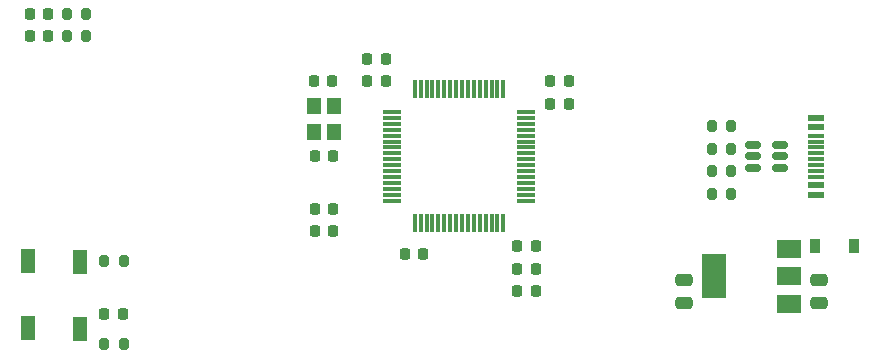
<source format=gbr>
%TF.GenerationSoftware,KiCad,Pcbnew,6.0.7+dfsg-1+b1*%
%TF.CreationDate,2022-09-14T16:01:15+08:00*%
%TF.ProjectId,mcustm32f405,6d637573-746d-4333-9266-3430352e6b69,a*%
%TF.SameCoordinates,PX5ddd8a8PY82334c8*%
%TF.FileFunction,Paste,Top*%
%TF.FilePolarity,Positive*%
%FSLAX46Y46*%
G04 Gerber Fmt 4.6, Leading zero omitted, Abs format (unit mm)*
G04 Created by KiCad (PCBNEW 6.0.7+dfsg-1+b1) date 2022-09-14 16:01:15*
%MOMM*%
%LPD*%
G01*
G04 APERTURE LIST*
G04 Aperture macros list*
%AMRoundRect*
0 Rectangle with rounded corners*
0 $1 Rounding radius*
0 $2 $3 $4 $5 $6 $7 $8 $9 X,Y pos of 4 corners*
0 Add a 4 corners polygon primitive as box body*
4,1,4,$2,$3,$4,$5,$6,$7,$8,$9,$2,$3,0*
0 Add four circle primitives for the rounded corners*
1,1,$1+$1,$2,$3*
1,1,$1+$1,$4,$5*
1,1,$1+$1,$6,$7*
1,1,$1+$1,$8,$9*
0 Add four rect primitives between the rounded corners*
20,1,$1+$1,$2,$3,$4,$5,0*
20,1,$1+$1,$4,$5,$6,$7,0*
20,1,$1+$1,$6,$7,$8,$9,0*
20,1,$1+$1,$8,$9,$2,$3,0*%
G04 Aperture macros list end*
%ADD10RoundRect,0.075000X-0.700000X-0.075000X0.700000X-0.075000X0.700000X0.075000X-0.700000X0.075000X0*%
%ADD11RoundRect,0.075000X-0.075000X-0.700000X0.075000X-0.700000X0.075000X0.700000X-0.075000X0.700000X0*%
%ADD12R,0.900000X1.200000*%
%ADD13R,1.450000X0.600000*%
%ADD14R,1.450000X0.300000*%
%ADD15RoundRect,0.225000X0.225000X0.250000X-0.225000X0.250000X-0.225000X-0.250000X0.225000X-0.250000X0*%
%ADD16RoundRect,0.225000X-0.225000X-0.250000X0.225000X-0.250000X0.225000X0.250000X-0.225000X0.250000X0*%
%ADD17R,2.000000X1.500000*%
%ADD18R,2.000000X3.800000*%
%ADD19RoundRect,0.250000X-0.475000X0.250000X-0.475000X-0.250000X0.475000X-0.250000X0.475000X0.250000X0*%
%ADD20RoundRect,0.200000X-0.200000X-0.275000X0.200000X-0.275000X0.200000X0.275000X-0.200000X0.275000X0*%
%ADD21RoundRect,0.218750X0.218750X0.256250X-0.218750X0.256250X-0.218750X-0.256250X0.218750X-0.256250X0*%
%ADD22RoundRect,0.150000X-0.512500X-0.150000X0.512500X-0.150000X0.512500X0.150000X-0.512500X0.150000X0*%
%ADD23RoundRect,0.200000X0.200000X0.275000X-0.200000X0.275000X-0.200000X-0.275000X0.200000X-0.275000X0*%
%ADD24R,1.200000X1.400000*%
%ADD25RoundRect,0.218750X-0.218750X-0.256250X0.218750X-0.256250X0.218750X0.256250X-0.218750X0.256250X0*%
%ADD26R,1.200000X2.000000*%
G04 APERTURE END LIST*
D10*
%TO.C,U3*%
X48300000Y38675000D03*
X48300000Y38175000D03*
X48300000Y37675000D03*
X48300000Y37175000D03*
X48300000Y36675000D03*
X48300000Y36175000D03*
X48300000Y35675000D03*
X48300000Y35175000D03*
X48300000Y34675000D03*
X48300000Y34175000D03*
X48300000Y33675000D03*
X48300000Y33175000D03*
X48300000Y32675000D03*
X48300000Y32175000D03*
X48300000Y31675000D03*
X48300000Y31175000D03*
D11*
X50225000Y29250000D03*
X50725000Y29250000D03*
X51225000Y29250000D03*
X51725000Y29250000D03*
X52225000Y29250000D03*
X52725000Y29250000D03*
X53225000Y29250000D03*
X53725000Y29250000D03*
X54225000Y29250000D03*
X54725000Y29250000D03*
X55225000Y29250000D03*
X55725000Y29250000D03*
X56225000Y29250000D03*
X56725000Y29250000D03*
X57225000Y29250000D03*
X57725000Y29250000D03*
D10*
X59650000Y31175000D03*
X59650000Y31675000D03*
X59650000Y32175000D03*
X59650000Y32675000D03*
X59650000Y33175000D03*
X59650000Y33675000D03*
X59650000Y34175000D03*
X59650000Y34675000D03*
X59650000Y35175000D03*
X59650000Y35675000D03*
X59650000Y36175000D03*
X59650000Y36675000D03*
X59650000Y37175000D03*
X59650000Y37675000D03*
X59650000Y38175000D03*
X59650000Y38675000D03*
D11*
X57725000Y40600000D03*
X57225000Y40600000D03*
X56725000Y40600000D03*
X56225000Y40600000D03*
X55725000Y40600000D03*
X55225000Y40600000D03*
X54725000Y40600000D03*
X54225000Y40600000D03*
X53725000Y40600000D03*
X53225000Y40600000D03*
X52725000Y40600000D03*
X52225000Y40600000D03*
X51725000Y40600000D03*
X51225000Y40600000D03*
X50725000Y40600000D03*
X50225000Y40600000D03*
%TD*%
D12*
%TO.C,D1*%
X84075000Y27305000D03*
X87375000Y27305000D03*
%TD*%
D13*
%TO.C,J1*%
X84220000Y31675000D03*
X84220000Y32475000D03*
D14*
X84220000Y33675000D03*
X84220000Y34675000D03*
X84220000Y35175000D03*
X84220000Y36175000D03*
D13*
X84220000Y37375000D03*
X84220000Y38175000D03*
X84220000Y38175000D03*
X84220000Y37375000D03*
D14*
X84220000Y36675000D03*
X84220000Y35675000D03*
X84220000Y34175000D03*
X84220000Y33175000D03*
D13*
X84220000Y32475000D03*
X84220000Y31675000D03*
%TD*%
D15*
%TO.C,C5*%
X47765000Y43180000D03*
X46215000Y43180000D03*
%TD*%
D16*
%TO.C,C6*%
X61700000Y41275000D03*
X63250000Y41275000D03*
%TD*%
%TO.C,C7*%
X58915000Y27305000D03*
X60465000Y27305000D03*
%TD*%
D15*
%TO.C,C10*%
X50940000Y26670000D03*
X49390000Y26670000D03*
%TD*%
D17*
%TO.C,U1*%
X81890000Y22465000D03*
D18*
X75590000Y24765000D03*
D17*
X81890000Y24765000D03*
X81890000Y27065000D03*
%TD*%
D19*
%TO.C,C1*%
X84455000Y24445000D03*
X84455000Y22545000D03*
%TD*%
D16*
%TO.C,C9*%
X23950000Y21590000D03*
X25500000Y21590000D03*
%TD*%
D20*
%TO.C,R3*%
X75375000Y33655000D03*
X77025000Y33655000D03*
%TD*%
%TO.C,R4*%
X75375000Y35560000D03*
X77025000Y35560000D03*
%TD*%
D21*
%TO.C,D2*%
X19202500Y46990000D03*
X17627500Y46990000D03*
%TD*%
%TO.C,D3*%
X19202500Y45085000D03*
X17627500Y45085000D03*
%TD*%
D20*
%TO.C,R1*%
X75375000Y31750000D03*
X77025000Y31750000D03*
%TD*%
%TO.C,R2*%
X75375000Y37465000D03*
X77025000Y37465000D03*
%TD*%
%TO.C,R7*%
X20765000Y46990000D03*
X22415000Y46990000D03*
%TD*%
%TO.C,R8*%
X20765000Y45085000D03*
X22415000Y45085000D03*
%TD*%
D16*
%TO.C,C11*%
X41700000Y41275000D03*
X43250000Y41275000D03*
%TD*%
D15*
%TO.C,C13*%
X43320000Y34925000D03*
X41770000Y34925000D03*
%TD*%
D22*
%TO.C,U2*%
X78872500Y35875000D03*
X78872500Y34925000D03*
X78872500Y33975000D03*
X81147500Y33975000D03*
X81147500Y34925000D03*
X81147500Y35875000D03*
%TD*%
D16*
%TO.C,C4*%
X58915000Y25400000D03*
X60465000Y25400000D03*
%TD*%
%TO.C,C12*%
X58915000Y23495000D03*
X60465000Y23495000D03*
%TD*%
%TO.C,C14*%
X61700000Y39370000D03*
X63250000Y39370000D03*
%TD*%
D23*
%TO.C,R5*%
X25590000Y19050000D03*
X23940000Y19050000D03*
%TD*%
D20*
%TO.C,R6*%
X23940000Y26035000D03*
X25590000Y26035000D03*
%TD*%
D24*
%TO.C,Y1*%
X41695000Y39200000D03*
X41695000Y37000000D03*
X43395000Y37000000D03*
X43395000Y39200000D03*
%TD*%
D19*
%TO.C,C3*%
X73025000Y24445000D03*
X73025000Y22545000D03*
%TD*%
D15*
%TO.C,C8*%
X43320000Y30480000D03*
X41770000Y30480000D03*
%TD*%
D25*
%TO.C,FB1*%
X41757500Y28575000D03*
X43332500Y28575000D03*
%TD*%
D26*
%TO.C,SW1*%
X17485000Y20370000D03*
X21885000Y20320000D03*
%TD*%
%TO.C,SW2*%
X21885000Y25985000D03*
X17485000Y26035000D03*
%TD*%
D15*
%TO.C,C2*%
X47765000Y41275000D03*
X46215000Y41275000D03*
%TD*%
M02*

</source>
